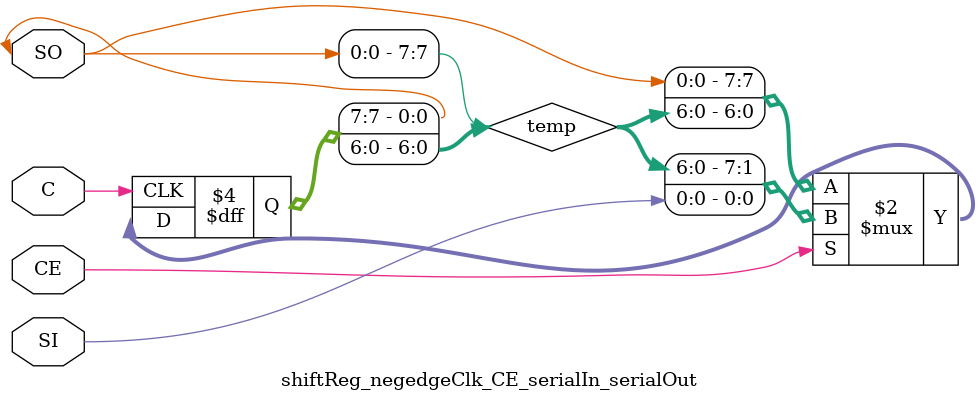
<source format=v>
`timescale 1ns / 1ps
module shiftReg_negedgeClk_CE_serialIn_serialOut(
    input C,
    input CE,
    input SI,
    inout SO
    );
	 
	 reg [7:0] temp;
	 
	 always @ (negedge C) begin
		if(CE) begin
			temp <= {temp[6:0], SI};
		end
	 end
	 
	 assign SO = temp[7];
	 
endmodule

</source>
